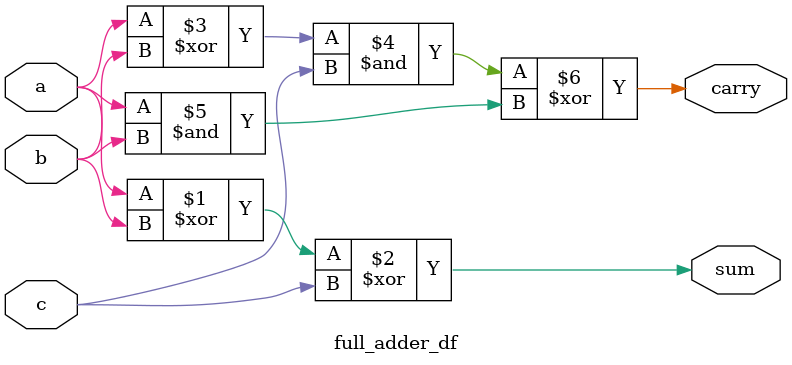
<source format=v>
module full_adder_df(output sum, carry, input a,b,c);
    assign sum = (a ^ b) ^ c;
    assign carry = (((a ^ b)&c) ^ (a&b));
endmodule
</source>
